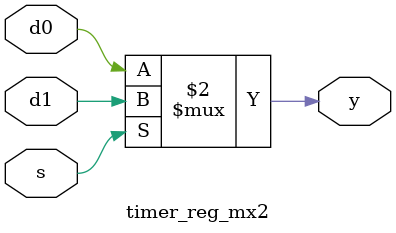
<source format=v>
module	timer_reg(clk, reset_n, S_sel, S_address, S_wr, S_din, NEXT_master_state, NEXT_LOAD_VALUE, NEXT_COUNT_VALUE, NEXT_counter_state, S_dout, read_req, LOAD_ADDRESS, int_clear, CNT_CON, interrupt);
	input						clk, reset_n;
	input						S_sel;
	input			[7:0]		S_address;
	input						S_wr;
	input			[7:0]		S_din;
	input			[2:0]		NEXT_master_state;
	input			[7:0]		NEXT_LOAD_VALUE, NEXT_COUNT_VALUE;
	input			[1:0]		NEXT_counter_state;
	
	output reg	[7:0]		S_dout;
	output reg				read_req;
	output reg	[7:0]		LOAD_ADDRESS;
	output reg				int_clear;
	output reg				CNT_CON;
	output					interrupt;

	parameter				CNT_EN_IDLE_STATE  = 1'b0;
	parameter				CNT_EN_READ_REQ	 = 1'b1;
	
	parameter				INTRRT_IDLE_STATE	 = 1'b0;
	parameter				INTRRT_CLEAR_STATE = 1'b1;
	
	reg			[7:0]		NEXT_S_dout;
		
	reg						CNT_EN_NEXT_STATE;			// CNT_EN ÀÇ combinational logic¿¡ ÀÇÇØ °è»êµÈ °ª ÀúÀå.
	reg						CNT_EN_STATE;					// Å¬·ÏÀÌ »ó½Â¿¡Áö¿¡¼­ CNT_ENÀÇ STATE °ª.
	
	reg						INTRRT_NEXT_STATE;
	reg						INTRRT_STATE;
	
	reg						NEXT_INTRRUPT;
	reg						INTRRUPT;
	
	reg						NEXT_CNT_CON;
	reg			[7:0]		NEXT_LOAD_ADDRESS;
	
	reg			[7:0]		CUR_STATE;
	
	wire			[7:0]		CUR_STATE_w;
		
	// master_state & counter_state assign!
	timer_reg_mx2	U0_counter_state0_mx2(1'b0, 1'b1, NEXT_counter_state[0], CUR_STATE_w[0]);
	timer_reg_mx2	U1_counter_state1_mx2(1'b0, 1'b1, NEXT_counter_state[1], CUR_STATE_w[1]);
	timer_reg_mx2	 U2_master_state0_mx2(1'b0, 1'b1, NEXT_master_state[0],  CUR_STATE_w[2]);
	timer_reg_mx2	 U3_master_state1_mx2(1'b0, 1'b1, NEXT_master_state[1],  CUR_STATE_w[3]);
	timer_reg_mx2	 U4_master_state2_mx2(1'b0, 1'b1, NEXT_master_state[2],  CUR_STATE_w[4]);
	
	assign	CUR_STATE_w[7:5]	= 3'b0;								// CUR_STATEÀÇ »óÀ§ 3ºñÆ®´Â ¹«Á¶°Ç 0.
	assign	interrupt = INTRRUPT;
	

	
	// 1-1. Sequential Circuit - (S_dout)
	always @ (posedge clk or negedge reset_n)
	begin
		if(reset_n == 1'b0)			S_dout <= 8'b0;
		else								S_dout <= NEXT_S_dout;
	end	

	//-------------------------------------------------------------------------
	
	// 1-2. Combinational Logic - (NEXT_S_dout)
	always @ (NEXT_INTRRUPT or NEXT_CNT_CON or NEXT_LOAD_ADDRESS or NEXT_LOAD_VALUE or NEXT_COUNT_VALUE or CUR_STATE_w or S_sel  or S_address or S_wr)
	begin
			// ÁÖ¼Ò = 8'h21,  S_wr == 0ÀÏ ¶§ ÇöÀç INTRRUPT °ª Ãâ·Â.
			if((S_sel == 1'b1) && (S_address == 8'b00100001) && (S_wr == 1'b0) && (NEXT_INTRRUPT == 1'b0))
					NEXT_S_dout <= 8'b00000000;
			else if((S_sel == 1'b1) && (S_address == 8'b00100001) && (S_wr == 1'b0) && (NEXT_INTRRUPT == 1'b1))
					NEXT_S_dout <= 8'b00000001;
					
			// ÁÖ¼Ò = 8'h22,  S_wr == 0ÀÏ ¶§ ÇöÀç CNT_CON °ª Ãâ·Â.		
			else if((S_sel == 1'b1) && (S_address == 8'b00100010) && (S_wr == 1'b0) && (NEXT_CNT_CON == 1'b0))
					NEXT_S_dout <= 8'b00000000;
			else if((S_sel == 1'b1) && (S_address == 8'b00100010) && (S_wr == 1'b0) && (NEXT_CNT_CON == 1'b1))
					NEXT_S_dout <= 8'b00000001;
	
			// ÁÖ¼Ò = 8'h23,  S_wr == 0ÀÏ ¶§ ÇöÀç LOAD_ADDRESS °ª Ãâ·Â.		
			else if((S_sel == 1'b1) && (S_address == 8'b00100011) && (S_wr == 1'b0))
					NEXT_S_dout <= NEXT_LOAD_ADDRESS;
					
			// ÁÖ¼Ò = 8'h24,  S_wr == 0ÀÏ ¶§ ÇöÀç LOAD_VALUE °ª Ãâ·Â.				
			else if((S_sel == 1'b1) && (S_address == 8'b00100100) && (S_wr == 1'b0))
					NEXT_S_dout <= NEXT_LOAD_VALUE;
					
			// ÁÖ¼Ò = 8'h25,  S_wr == 0ÀÏ ¶§ ÇöÀç COUNT_VALUE °ª Ãâ·Â.
			else if((S_sel == 1'b1) && (S_address == 8'b00100101) && (S_wr == 1'b0))
					NEXT_S_dout <= NEXT_COUNT_VALUE;
					
			// ÁÖ¼Ò = 8'h26,  S_wr == 0ÀÏ ¶§ ÇöÀç STATE »óÅÂ Ãâ·Â.
			else if((S_address == 8'b00100110) && (S_sel==1'b1) && (S_wr == 1'b0))
					NEXT_S_dout <= CUR_STATE_w;
					
			else	NEXT_S_dout <= 8'b00000000;			
	end

	//-------------------------------------------------------------------------	
	
	// 2-1.  Sequential Logic - (CNT_EN_STATE)
	always @ (posedge clk or negedge reset_n)
	begin
	if(reset_n == 1'b0)
		begin
			CNT_EN_STATE <= CNT_EN_IDLE_STATE;
		end
		else
		begin
			CNT_EN_STATE <= CNT_EN_NEXT_STATE;
		end
	end
	
	//-------------------------------------------------------------------------	
	
	// 2-2.  Combinational Logic - (CNT_EN_NEXT_STATE)
	always @ (CNT_EN_STATE or reset_n or CUR_STATE or S_wr or S_sel or S_address or S_din)
	begin
	case(CNT_EN_STATE)
		CNT_EN_IDLE_STATE:
		begin
				if(reset_n == 0)			CNT_EN_NEXT_STATE <= CNT_EN_IDLE_STATE;
				else if((CUR_STATE == 8'b0) && (S_wr == 1'b1) && (S_sel == 1'b1) && (S_address == 8'b00100000) && (S_din == 8'b00000001))
												CNT_EN_NEXT_STATE <= CNT_EN_READ_REQ;
				else							CNT_EN_NEXT_STATE <= CNT_EN_IDLE_STATE;
		end
		
		CNT_EN_READ_REQ:
		begin
			CNT_EN_NEXT_STATE <= CNT_EN_IDLE_STATE;
		end
		
		default:
		begin
			CNT_EN_NEXT_STATE <= CNT_EN_IDLE_STATE;
		end
		
	endcase
	end
	
	//-------------------------------------------------------------------------	
	
	// 2-3.  Combinational Logic - Output Logic (read_req)
		always @ (CNT_EN_STATE)
	begin
		case(CNT_EN_STATE)
		CNT_EN_IDLE_STATE:	read_req <= 1'b0;	
		CNT_EN_READ_REQ:		read_req <= 1'b1;			
		default:					read_req <= 1'b0;		
		endcase
	end
	
	//-------------------------------------------------------------------------
	
	// 3-1.  Sequential Logic - (INTRRT_STATE & interrupt)
	always @ (posedge clk or negedge reset_n)
	begin
	if(reset_n == 1'b0)
		begin
			INTRRT_STATE <= INTRRT_IDLE_STATE;
			INTRRUPT	 	 <= 1'b0;
		end
		else
		begin
			INTRRT_STATE <= INTRRT_NEXT_STATE;
			INTRRUPT		 <= NEXT_INTRRUPT;
		end
	end
	
	//-------------------------------------------------------------------------
		
	// 3-2.  Combinational Logic - (INTRRT_NEXT_STATE)
	always @ (INTRRT_STATE or reset_n or interrupt or S_wr or S_sel or S_address or S_din)
	begin
	case(INTRRT_STATE)
		INTRRT_IDLE_STATE:
			begin
				if(reset_n == 1'b0)		INTRRT_NEXT_STATE <= INTRRT_IDLE_STATE;
				else if((interrupt == 1'b1) && (S_wr == 1'b1) && (S_sel == 1'b1) && (S_address == 8'b00100001) && (S_din == 8'b00000000))
												INTRRT_NEXT_STATE <= INTRRT_CLEAR_STATE;
				else							INTRRT_NEXT_STATE <= INTRRT_IDLE_STATE;			
			end
		INTRRT_CLEAR_STATE:				INTRRT_NEXT_STATE <= INTRRT_IDLE_STATE;
		
		default:								INTRRT_NEXT_STATE <= INTRRT_IDLE_STATE;	
	endcase
	end
	
	//-------------------------------------------------------------------------
			
	// 3-3.  Combinational Logic - (NEXT_INTRRUPT)
	always @ (INTRRT_STATE or NEXT_counter_state or NEXT_COUNT_VALUE)
	begin
		case(INTRRT_STATE)
		INTRRT_IDLE_STATE:
		begin
				if((NEXT_counter_state == 2'b10) && (NEXT_COUNT_VALUE == 8'b00000000))
										NEXT_INTRRUPT 		<= 1'b1;
				else
										NEXT_INTRRUPT 		<= 1'b0;	
		end
		INTRRT_CLEAR_STATE:		NEXT_INTRRUPT		<= 1'b0;
		
		default:						NEXT_INTRRUPT		<= 1'b0;
		endcase
	end
	
	//-------------------------------------------------------------------------
				
	// 3-4.  Combinational Logic - Output Logic (int_clear)
	always @ (INTRRT_STATE)
	begin
		case(INTRRT_STATE)
		INTRRT_IDLE_STATE:	int_clear <= 1'b0;
		INTRRT_CLEAR_STATE:	int_clear <= 1'b1;
		default: 				int_clear <= 1'bx;
		endcase
	end

	//-------------------------------------------------------------------------
				
	// 4-1.  Sequential Circuit - (CNT_CON)	
	always @ (posedge clk or negedge reset_n)
	begin
		if(reset_n == 1'b0)	CNT_CON <= 1'b0;
		else 						CNT_CON <= NEXT_CNT_CON;
	end

	//-------------------------------------------------------------------------
				
	// 4-2.  Combinational Logic - (NEXT_CNT_CON)	
	always @ (S_sel or S_address or S_wr or S_din or CNT_CON)
	begin
			if((S_sel == 1'b1) && (S_address == 8'b00100010) && (S_wr == 1'b1) && (S_din == 8'b00000001))
					NEXT_CNT_CON <= 1'b1;
			else if((S_sel == 1'b1) && (S_address == 8'b00100010) && (S_wr == 1'b1) && (S_din == 8'b00000000))
					NEXT_CNT_CON <= 1'b0;
			else	NEXT_CNT_CON <= CNT_CON;
	end
	
	//-------------------------------------------------------------------------

	// 5-1.  Sequential Circuit - (LOAD_ADDRESS)	
	always @ (posedge clk or negedge reset_n)
	begin
		if(reset_n == 1'b0)	LOAD_ADDRESS <= 8'b0;
		else 						LOAD_ADDRESS <= NEXT_LOAD_ADDRESS;
	end		

	//-------------------------------------------------------------------------
	
	// 5-2.  Combinational Logic - (NEXT_LOAD_ADDRESS)
	always @ (S_sel or S_address or S_wr or S_din or LOAD_ADDRESS)
	begin
			if((S_sel == 1'b1) && (S_address == 8'b00100011) && (S_wr == 1'b1))
					NEXT_LOAD_ADDRESS <= S_din;
			else
					NEXT_LOAD_ADDRESS <= LOAD_ADDRESS;
	end	
	
	//-------------------------------------------------------------------------
	
	
	// 6-1.  Sequential Circuit - (CUR_STATE)
	always @ (posedge clk or negedge reset_n)
	begin
		if(reset_n == 1'b0)
			CUR_STATE <= 8'b0;
		else
			CUR_STATE <= CUR_STATE_w;
	end

endmodule
module	timer_reg_mx2(d0, d1, s, y);
	input		d0, d1, s;
	output	y;
	assign	y = (s == 0) ? d0 : d1;
endmodule

</source>
